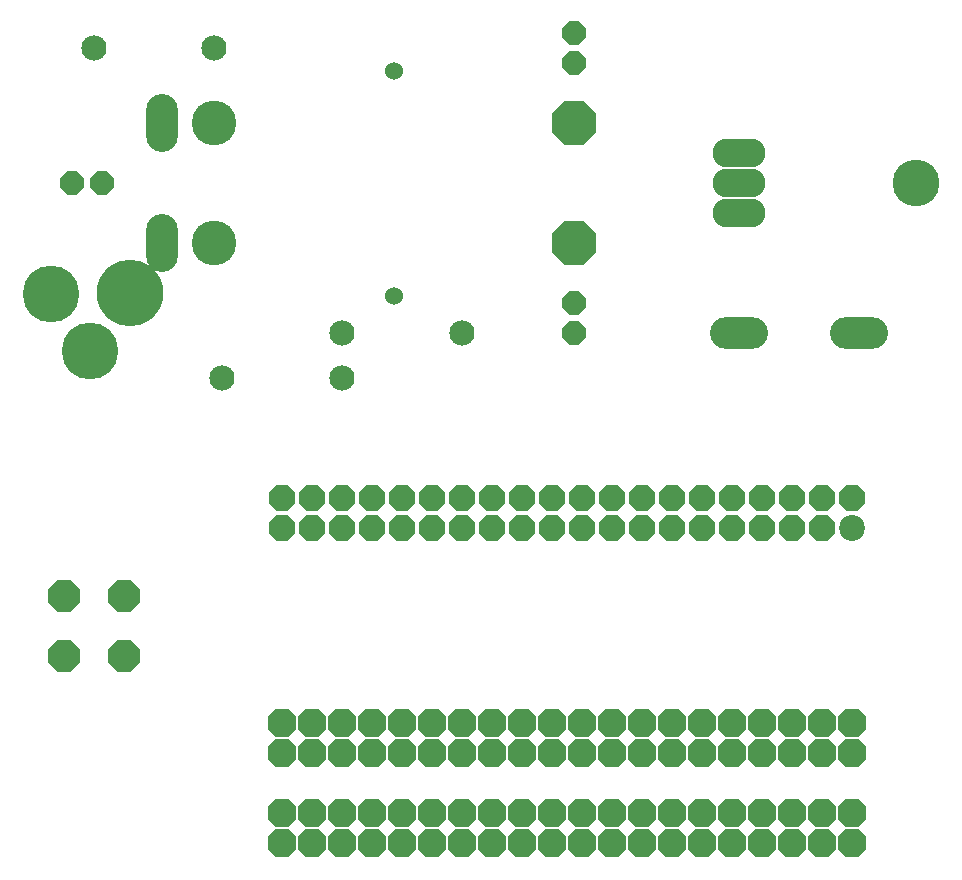
<source format=gbr>
G75*
G70*
%OFA0B0*%
%FSLAX24Y24*%
%IPPOS*%
%LPD*%
%AMOC8*
5,1,8,0,0,1.08239X$1,22.5*
%
%ADD10C,0.0600*%
%ADD11OC8,0.1056*%
%ADD12OC8,0.0960*%
%ADD13OC8,0.0768*%
%ADD14C,0.1890*%
%ADD15C,0.2220*%
%ADD16C,0.1488*%
%ADD17OC8,0.1488*%
%ADD18C,0.0840*%
%ADD19O,0.1056X0.1936*%
%ADD20O,0.1936X0.1056*%
%ADD21O,0.1760X0.0960*%
%ADD22C,0.1560*%
%ADD23C,0.0864*%
%ADD24OC8,0.0864*%
D10*
X014544Y022338D03*
X014544Y029838D03*
D11*
X005544Y012338D03*
X003544Y012338D03*
X003544Y010338D03*
X005544Y010338D03*
D12*
X010794Y004088D03*
X011794Y004088D03*
X012794Y004088D03*
X013794Y004088D03*
X014794Y004088D03*
X015794Y004088D03*
X016794Y004088D03*
X017794Y004088D03*
X018794Y004088D03*
X019794Y004088D03*
X020794Y004088D03*
X021794Y004088D03*
X022794Y004088D03*
X023794Y004088D03*
X024794Y004088D03*
X025794Y004088D03*
X026794Y004088D03*
X027794Y004088D03*
X028794Y004088D03*
X029794Y004088D03*
X029794Y005088D03*
X028794Y005088D03*
X027794Y005088D03*
X026794Y005088D03*
X025794Y005088D03*
X024794Y005088D03*
X023794Y005088D03*
X022794Y005088D03*
X021794Y005088D03*
X020794Y005088D03*
X019794Y005088D03*
X018794Y005088D03*
X017794Y005088D03*
X016794Y005088D03*
X015794Y005088D03*
X014794Y005088D03*
X013794Y005088D03*
X012794Y005088D03*
X011794Y005088D03*
X010794Y005088D03*
X010794Y007088D03*
X011794Y007088D03*
X012794Y007088D03*
X013794Y007088D03*
X014794Y007088D03*
X015794Y007088D03*
X016794Y007088D03*
X017794Y007088D03*
X018794Y007088D03*
X019794Y007088D03*
X020794Y007088D03*
X021794Y007088D03*
X022794Y007088D03*
X023794Y007088D03*
X024794Y007088D03*
X025794Y007088D03*
X026794Y007088D03*
X027794Y007088D03*
X028794Y007088D03*
X029794Y007088D03*
X029794Y008088D03*
X028794Y008088D03*
X027794Y008088D03*
X026794Y008088D03*
X025794Y008088D03*
X024794Y008088D03*
X023794Y008088D03*
X022794Y008088D03*
X021794Y008088D03*
X020794Y008088D03*
X019794Y008088D03*
X018794Y008088D03*
X017794Y008088D03*
X016794Y008088D03*
X015794Y008088D03*
X014794Y008088D03*
X013794Y008088D03*
X012794Y008088D03*
X011794Y008088D03*
X010794Y008088D03*
D13*
X020544Y021088D03*
X020544Y022088D03*
X020544Y030088D03*
X020544Y031088D03*
X004794Y026088D03*
X003794Y026088D03*
D14*
X003109Y022391D03*
X004416Y020502D03*
D15*
X005729Y022431D03*
D16*
X008544Y024088D03*
X008544Y028088D03*
D17*
X020544Y028088D03*
X020544Y024088D03*
D18*
X016794Y021088D03*
X012794Y021088D03*
X012794Y019588D03*
X008794Y019588D03*
X008544Y030588D03*
X004544Y030588D03*
D19*
X006794Y028088D03*
X006794Y024088D03*
D20*
X026044Y021088D03*
X030044Y021088D03*
D21*
X026044Y025088D03*
X026044Y026088D03*
X026044Y027088D03*
D22*
X031944Y026088D03*
D23*
X029794Y014588D03*
D24*
X028794Y014588D03*
X027794Y014588D03*
X026794Y014588D03*
X025794Y014588D03*
X024794Y014588D03*
X023794Y014588D03*
X022794Y014588D03*
X021794Y014588D03*
X020794Y014588D03*
X019794Y014588D03*
X018794Y014588D03*
X017794Y014588D03*
X016794Y014588D03*
X015794Y014588D03*
X014794Y014588D03*
X013794Y014588D03*
X012794Y014588D03*
X011794Y014588D03*
X010794Y014588D03*
X010794Y015588D03*
X011794Y015588D03*
X012794Y015588D03*
X013794Y015588D03*
X014794Y015588D03*
X015794Y015588D03*
X016794Y015588D03*
X017794Y015588D03*
X018794Y015588D03*
X019794Y015588D03*
X020794Y015588D03*
X021794Y015588D03*
X022794Y015588D03*
X023794Y015588D03*
X024794Y015588D03*
X025794Y015588D03*
X026794Y015588D03*
X027794Y015588D03*
X028794Y015588D03*
X029794Y015588D03*
M02*

</source>
